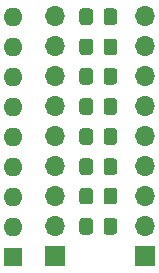
<source format=gbr>
%TF.GenerationSoftware,KiCad,Pcbnew,(5.1.9)-1*%
%TF.CreationDate,2021-02-03T20:33:18-05:00*%
%TF.ProjectId,NerdConsole_BreadBoard_Monitor8,4e657264-436f-46e7-936f-6c655f427265,rev?*%
%TF.SameCoordinates,Original*%
%TF.FileFunction,Soldermask,Top*%
%TF.FilePolarity,Negative*%
%FSLAX46Y46*%
G04 Gerber Fmt 4.6, Leading zero omitted, Abs format (unit mm)*
G04 Created by KiCad (PCBNEW (5.1.9)-1) date 2021-02-03 20:33:18*
%MOMM*%
%LPD*%
G01*
G04 APERTURE LIST*
%ADD10O,1.700000X1.700000*%
%ADD11R,1.700000X1.700000*%
%ADD12R,1.600000X1.600000*%
%ADD13O,1.600000X1.600000*%
G04 APERTURE END LIST*
%TO.C,D1*%
G36*
G01*
X100300000Y-96050001D02*
X100300000Y-95149999D01*
G75*
G02*
X100549999Y-94900000I249999J0D01*
G01*
X101200001Y-94900000D01*
G75*
G02*
X101450000Y-95149999I0J-249999D01*
G01*
X101450000Y-96050001D01*
G75*
G02*
X101200001Y-96300000I-249999J0D01*
G01*
X100549999Y-96300000D01*
G75*
G02*
X100300000Y-96050001I0J249999D01*
G01*
G37*
G36*
G01*
X98250000Y-96050001D02*
X98250000Y-95149999D01*
G75*
G02*
X98499999Y-94900000I249999J0D01*
G01*
X99150001Y-94900000D01*
G75*
G02*
X99400000Y-95149999I0J-249999D01*
G01*
X99400000Y-96050001D01*
G75*
G02*
X99150001Y-96300000I-249999J0D01*
G01*
X98499999Y-96300000D01*
G75*
G02*
X98250000Y-96050001I0J249999D01*
G01*
G37*
%TD*%
%TO.C,D2*%
G36*
G01*
X98250000Y-93500001D02*
X98250000Y-92599999D01*
G75*
G02*
X98499999Y-92350000I249999J0D01*
G01*
X99150001Y-92350000D01*
G75*
G02*
X99400000Y-92599999I0J-249999D01*
G01*
X99400000Y-93500001D01*
G75*
G02*
X99150001Y-93750000I-249999J0D01*
G01*
X98499999Y-93750000D01*
G75*
G02*
X98250000Y-93500001I0J249999D01*
G01*
G37*
G36*
G01*
X100300000Y-93500001D02*
X100300000Y-92599999D01*
G75*
G02*
X100549999Y-92350000I249999J0D01*
G01*
X101200001Y-92350000D01*
G75*
G02*
X101450000Y-92599999I0J-249999D01*
G01*
X101450000Y-93500001D01*
G75*
G02*
X101200001Y-93750000I-249999J0D01*
G01*
X100549999Y-93750000D01*
G75*
G02*
X100300000Y-93500001I0J249999D01*
G01*
G37*
%TD*%
%TO.C,D3*%
G36*
G01*
X100300000Y-91000001D02*
X100300000Y-90099999D01*
G75*
G02*
X100549999Y-89850000I249999J0D01*
G01*
X101200001Y-89850000D01*
G75*
G02*
X101450000Y-90099999I0J-249999D01*
G01*
X101450000Y-91000001D01*
G75*
G02*
X101200001Y-91250000I-249999J0D01*
G01*
X100549999Y-91250000D01*
G75*
G02*
X100300000Y-91000001I0J249999D01*
G01*
G37*
G36*
G01*
X98250000Y-91000001D02*
X98250000Y-90099999D01*
G75*
G02*
X98499999Y-89850000I249999J0D01*
G01*
X99150001Y-89850000D01*
G75*
G02*
X99400000Y-90099999I0J-249999D01*
G01*
X99400000Y-91000001D01*
G75*
G02*
X99150001Y-91250000I-249999J0D01*
G01*
X98499999Y-91250000D01*
G75*
G02*
X98250000Y-91000001I0J249999D01*
G01*
G37*
%TD*%
%TO.C,D4*%
G36*
G01*
X98250000Y-88450001D02*
X98250000Y-87549999D01*
G75*
G02*
X98499999Y-87300000I249999J0D01*
G01*
X99150001Y-87300000D01*
G75*
G02*
X99400000Y-87549999I0J-249999D01*
G01*
X99400000Y-88450001D01*
G75*
G02*
X99150001Y-88700000I-249999J0D01*
G01*
X98499999Y-88700000D01*
G75*
G02*
X98250000Y-88450001I0J249999D01*
G01*
G37*
G36*
G01*
X100300000Y-88450001D02*
X100300000Y-87549999D01*
G75*
G02*
X100549999Y-87300000I249999J0D01*
G01*
X101200001Y-87300000D01*
G75*
G02*
X101450000Y-87549999I0J-249999D01*
G01*
X101450000Y-88450001D01*
G75*
G02*
X101200001Y-88700000I-249999J0D01*
G01*
X100549999Y-88700000D01*
G75*
G02*
X100300000Y-88450001I0J249999D01*
G01*
G37*
%TD*%
%TO.C,D5*%
G36*
G01*
X100300000Y-85900001D02*
X100300000Y-84999999D01*
G75*
G02*
X100549999Y-84750000I249999J0D01*
G01*
X101200001Y-84750000D01*
G75*
G02*
X101450000Y-84999999I0J-249999D01*
G01*
X101450000Y-85900001D01*
G75*
G02*
X101200001Y-86150000I-249999J0D01*
G01*
X100549999Y-86150000D01*
G75*
G02*
X100300000Y-85900001I0J249999D01*
G01*
G37*
G36*
G01*
X98250000Y-85900001D02*
X98250000Y-84999999D01*
G75*
G02*
X98499999Y-84750000I249999J0D01*
G01*
X99150001Y-84750000D01*
G75*
G02*
X99400000Y-84999999I0J-249999D01*
G01*
X99400000Y-85900001D01*
G75*
G02*
X99150001Y-86150000I-249999J0D01*
G01*
X98499999Y-86150000D01*
G75*
G02*
X98250000Y-85900001I0J249999D01*
G01*
G37*
%TD*%
%TO.C,D6*%
G36*
G01*
X98250000Y-83350001D02*
X98250000Y-82449999D01*
G75*
G02*
X98499999Y-82200000I249999J0D01*
G01*
X99150001Y-82200000D01*
G75*
G02*
X99400000Y-82449999I0J-249999D01*
G01*
X99400000Y-83350001D01*
G75*
G02*
X99150001Y-83600000I-249999J0D01*
G01*
X98499999Y-83600000D01*
G75*
G02*
X98250000Y-83350001I0J249999D01*
G01*
G37*
G36*
G01*
X100300000Y-83350001D02*
X100300000Y-82449999D01*
G75*
G02*
X100549999Y-82200000I249999J0D01*
G01*
X101200001Y-82200000D01*
G75*
G02*
X101450000Y-82449999I0J-249999D01*
G01*
X101450000Y-83350001D01*
G75*
G02*
X101200001Y-83600000I-249999J0D01*
G01*
X100549999Y-83600000D01*
G75*
G02*
X100300000Y-83350001I0J249999D01*
G01*
G37*
%TD*%
%TO.C,D7*%
G36*
G01*
X100300000Y-80850001D02*
X100300000Y-79949999D01*
G75*
G02*
X100549999Y-79700000I249999J0D01*
G01*
X101200001Y-79700000D01*
G75*
G02*
X101450000Y-79949999I0J-249999D01*
G01*
X101450000Y-80850001D01*
G75*
G02*
X101200001Y-81100000I-249999J0D01*
G01*
X100549999Y-81100000D01*
G75*
G02*
X100300000Y-80850001I0J249999D01*
G01*
G37*
G36*
G01*
X98250000Y-80850001D02*
X98250000Y-79949999D01*
G75*
G02*
X98499999Y-79700000I249999J0D01*
G01*
X99150001Y-79700000D01*
G75*
G02*
X99400000Y-79949999I0J-249999D01*
G01*
X99400000Y-80850001D01*
G75*
G02*
X99150001Y-81100000I-249999J0D01*
G01*
X98499999Y-81100000D01*
G75*
G02*
X98250000Y-80850001I0J249999D01*
G01*
G37*
%TD*%
%TO.C,D8*%
G36*
G01*
X98250000Y-78300001D02*
X98250000Y-77399999D01*
G75*
G02*
X98499999Y-77150000I249999J0D01*
G01*
X99150001Y-77150000D01*
G75*
G02*
X99400000Y-77399999I0J-249999D01*
G01*
X99400000Y-78300001D01*
G75*
G02*
X99150001Y-78550000I-249999J0D01*
G01*
X98499999Y-78550000D01*
G75*
G02*
X98250000Y-78300001I0J249999D01*
G01*
G37*
G36*
G01*
X100300000Y-78300001D02*
X100300000Y-77399999D01*
G75*
G02*
X100549999Y-77150000I249999J0D01*
G01*
X101200001Y-77150000D01*
G75*
G02*
X101450000Y-77399999I0J-249999D01*
G01*
X101450000Y-78300001D01*
G75*
G02*
X101200001Y-78550000I-249999J0D01*
G01*
X100549999Y-78550000D01*
G75*
G02*
X100300000Y-78300001I0J249999D01*
G01*
G37*
%TD*%
D10*
%TO.C,J1*%
X96200000Y-77830000D03*
X96200000Y-80370000D03*
X96200000Y-82910000D03*
X96200000Y-85450000D03*
X96200000Y-87990000D03*
X96200000Y-90530000D03*
X96200000Y-93070000D03*
X96200000Y-95610000D03*
D11*
X96200000Y-98150000D03*
%TD*%
%TO.C,J2*%
X103800000Y-98150000D03*
D10*
X103800000Y-95610000D03*
X103800000Y-93070000D03*
X103800000Y-90530000D03*
X103800000Y-87990000D03*
X103800000Y-85450000D03*
X103800000Y-82910000D03*
X103800000Y-80370000D03*
X103800000Y-77830000D03*
%TD*%
D12*
%TO.C,RN1*%
X92650000Y-98175000D03*
D13*
X92650000Y-95635000D03*
X92650000Y-93095000D03*
X92650000Y-90555000D03*
X92650000Y-88015000D03*
X92650000Y-85475000D03*
X92650000Y-82935000D03*
X92650000Y-80395000D03*
X92650000Y-77855000D03*
%TD*%
M02*

</source>
